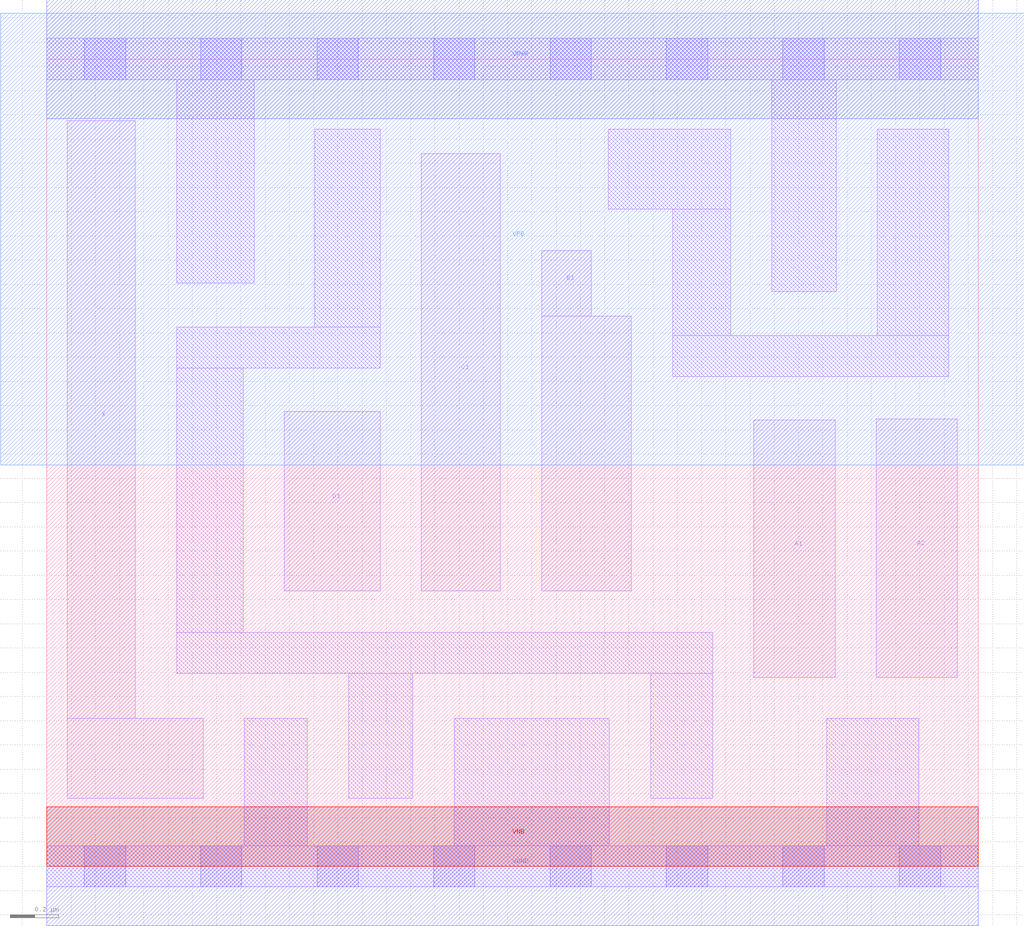
<source format=lef>
# Copyright 2020 The SkyWater PDK Authors
#
# Licensed under the Apache License, Version 2.0 (the "License");
# you may not use this file except in compliance with the License.
# You may obtain a copy of the License at
#
#     https://www.apache.org/licenses/LICENSE-2.0
#
# Unless required by applicable law or agreed to in writing, software
# distributed under the License is distributed on an "AS IS" BASIS,
# WITHOUT WARRANTIES OR CONDITIONS OF ANY KIND, either express or implied.
# See the License for the specific language governing permissions and
# limitations under the License.
#
# SPDX-License-Identifier: Apache-2.0

VERSION 5.7 ;
  NOWIREEXTENSIONATPIN ON ;
  DIVIDERCHAR "/" ;
  BUSBITCHARS "[]" ;
MACRO sky130_fd_sc_lp__a2111o_0
  CLASS CORE ;
  FOREIGN sky130_fd_sc_lp__a2111o_0 ;
  ORIGIN  0.000000  0.000000 ;
  SIZE  3.840000 BY  3.330000 ;
  SYMMETRY X Y R90 ;
  SITE unit ;
  PIN A1
    ANTENNAGATEAREA  0.159000 ;
    DIRECTION INPUT ;
    USE SIGNAL ;
    PORT
      LAYER li1 ;
        RECT 2.915000 0.780000 3.250000 1.840000 ;
    END
  END A1
  PIN A2
    ANTENNAGATEAREA  0.159000 ;
    DIRECTION INPUT ;
    USE SIGNAL ;
    PORT
      LAYER li1 ;
        RECT 3.420000 0.780000 3.755000 1.845000 ;
    END
  END A2
  PIN B1
    ANTENNAGATEAREA  0.159000 ;
    DIRECTION INPUT ;
    USE SIGNAL ;
    PORT
      LAYER li1 ;
        RECT 2.040000 1.135000 2.410000 2.270000 ;
        RECT 2.040000 2.270000 2.245000 2.540000 ;
    END
  END B1
  PIN C1
    ANTENNAGATEAREA  0.159000 ;
    DIRECTION INPUT ;
    USE SIGNAL ;
    PORT
      LAYER li1 ;
        RECT 1.545000 1.135000 1.870000 2.940000 ;
    END
  END C1
  PIN D1
    ANTENNAGATEAREA  0.159000 ;
    DIRECTION INPUT ;
    USE SIGNAL ;
    PORT
      LAYER li1 ;
        RECT 0.980000 1.135000 1.375000 1.875000 ;
    END
  END D1
  PIN X
    ANTENNADIFFAREA  0.280900 ;
    DIRECTION OUTPUT ;
    USE SIGNAL ;
    PORT
      LAYER li1 ;
        RECT 0.085000 0.280000 0.645000 0.610000 ;
        RECT 0.085000 0.610000 0.365000 3.075000 ;
    END
  END X
  PIN VGND
    DIRECTION INOUT ;
    USE GROUND ;
    PORT
      LAYER met1 ;
        RECT 0.000000 -0.245000 3.840000 0.245000 ;
    END
  END VGND
  PIN VNB
    DIRECTION INOUT ;
    USE GROUND ;
    PORT
      LAYER pwell ;
        RECT 0.000000 0.000000 3.840000 0.245000 ;
    END
  END VNB
  PIN VPB
    DIRECTION INOUT ;
    USE POWER ;
    PORT
      LAYER nwell ;
        RECT -0.190000 1.655000 4.030000 3.520000 ;
    END
  END VPB
  PIN VPWR
    DIRECTION INOUT ;
    USE POWER ;
    PORT
      LAYER met1 ;
        RECT 0.000000 3.085000 3.840000 3.575000 ;
    END
  END VPWR
  OBS
    LAYER li1 ;
      RECT 0.000000 -0.085000 3.840000 0.085000 ;
      RECT 0.000000  3.245000 3.840000 3.415000 ;
      RECT 0.535000  0.795000 2.745000 0.965000 ;
      RECT 0.535000  0.965000 0.810000 2.055000 ;
      RECT 0.535000  2.055000 1.375000 2.225000 ;
      RECT 0.535000  2.405000 0.855000 3.245000 ;
      RECT 0.815000  0.085000 1.075000 0.610000 ;
      RECT 1.105000  2.225000 1.375000 3.040000 ;
      RECT 1.245000  0.280000 1.510000 0.795000 ;
      RECT 1.680000  0.085000 2.320000 0.610000 ;
      RECT 2.315000  2.710000 2.820000 3.040000 ;
      RECT 2.490000  0.280000 2.745000 0.795000 ;
      RECT 2.580000  2.020000 3.720000 2.190000 ;
      RECT 2.580000  2.190000 2.820000 2.710000 ;
      RECT 2.990000  2.370000 3.255000 3.245000 ;
      RECT 3.215000  0.085000 3.595000 0.610000 ;
      RECT 3.425000  2.190000 3.720000 3.040000 ;
    LAYER mcon ;
      RECT 0.155000 -0.085000 0.325000 0.085000 ;
      RECT 0.155000  3.245000 0.325000 3.415000 ;
      RECT 0.635000 -0.085000 0.805000 0.085000 ;
      RECT 0.635000  3.245000 0.805000 3.415000 ;
      RECT 1.115000 -0.085000 1.285000 0.085000 ;
      RECT 1.115000  3.245000 1.285000 3.415000 ;
      RECT 1.595000 -0.085000 1.765000 0.085000 ;
      RECT 1.595000  3.245000 1.765000 3.415000 ;
      RECT 2.075000 -0.085000 2.245000 0.085000 ;
      RECT 2.075000  3.245000 2.245000 3.415000 ;
      RECT 2.555000 -0.085000 2.725000 0.085000 ;
      RECT 2.555000  3.245000 2.725000 3.415000 ;
      RECT 3.035000 -0.085000 3.205000 0.085000 ;
      RECT 3.035000  3.245000 3.205000 3.415000 ;
      RECT 3.515000 -0.085000 3.685000 0.085000 ;
      RECT 3.515000  3.245000 3.685000 3.415000 ;
  END
END sky130_fd_sc_lp__a2111o_0
END LIBRARY

</source>
